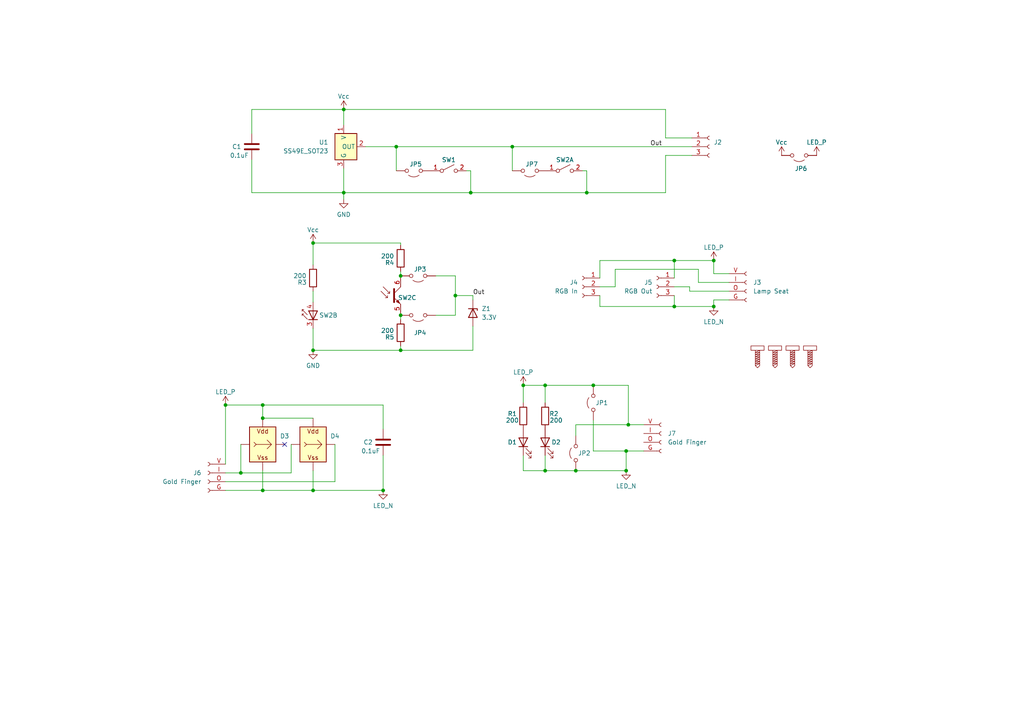
<source format=kicad_sch>
(kicad_sch (version 20250114) (generator "eeschema") (generator_version "9.0")
  (paper "A4")
  (lib_symbols
    (symbol "Connector:Conn_01x03_Socket" (pin_names (offset 1.016) (hide yes))
      (property "Reference" "J" (at 0 5.08 0))
      (property "Value" "Conn_01x03_Socket" (at 0 -5.08 0))
      (symbol "Conn_01x03_Socket_1_1"
        (polyline (pts (xy -1.27 2.54) (xy -0.508 2.54)) (stroke (width 0.1524)))
        (polyline (pts (xy -1.27 0) (xy -0.508 0)) (stroke (width 0.1524)))
        (polyline (pts (xy -1.27 -2.54) (xy -0.508 -2.54)) (stroke (width 0.1524)))
        (arc (start 0 2.032) (mid -0.5058 2.54) (end 0 3.048) (stroke (width 0.1524)))
        (arc (start 0 -0.508) (mid -0.5058 0) (end 0 0.508) (stroke (width 0.1524)))
        (arc (start 0 -3.048) (mid -0.5058 -2.54) (end 0 -2.032) (stroke (width 0.1524)))
        (pin passive line (at -5.08 2.54 0) (length 3.81) (name "Pin_1") (number "1"))
        (pin passive line (at -5.08 0 0) (length 3.81) (name "Pin_2") (number "2"))
        (pin passive line (at -5.08 -2.54 0) (length 3.81) (name "Pin_3") (number "3"))
      )
    )
    (symbol "Device:C" (pin_numbers (hide yes)) (pin_names (offset 0.254))
      (property "Reference" "C" (at 0.635 2.54 0))
      (property "Value" "C" (at 0.635 -2.54 0))
      (symbol "C_0_1"
        (polyline (pts (xy -2.032 0.762) (xy 2.032 0.762)) (stroke (width 0.508)))
        (polyline (pts (xy -2.032 -0.762) (xy 2.032 -0.762)) (stroke (width 0.508)))
      )
      (symbol "C_1_1"
        (pin passive line (at 0 3.81 270) (length 2.794) (name "~") (number "1"))
        (pin passive line (at 0 -3.81 90) (length 2.794) (name "~") (number "2"))
      )
    )
    (symbol "Device:D_Zener" (pin_numbers (hide yes)) (pin_names (offset 1.016) (hide yes))
      (property "Reference" "D" (at 0 2.54 0))
      (property "Value" "D_Zener" (at 0 -2.54 0))
      (symbol "D_Zener_0_1"
        (polyline (pts (xy -1.27 -1.27) (xy -1.27 1.27) (xy -0.762 1.27)) (stroke (width 0.254)))
        (polyline (pts (xy 1.27 0) (xy -1.27 0)))
        (polyline (pts (xy 1.27 -1.27) (xy 1.27 1.27) (xy -1.27 0) (xy 1.27 -1.27)) (stroke (width 0.254)))
      )
      (symbol "D_Zener_1_1"
        (pin passive line (at -3.81 0 0) (length 2.54) (name "K") (number "1"))
        (pin passive line (at 3.81 0 180) (length 2.54) (name "A") (number "2"))
      )
    )
    (symbol "Device:LED" (pin_numbers (hide yes)) (pin_names (offset 1.016) (hide yes))
      (property "Reference" "D" (at 0 2.54 0))
      (property "Value" "LED" (at 0 -2.54 0))
      (symbol "LED_0_1"
        (polyline (pts (xy -3.048 -0.762) (xy -4.572 -2.286) (xy -3.81 -2.286) (xy -4.572 -2.286) (xy -4.572 -1.524)))
        (polyline (pts (xy -1.778 -0.762) (xy -3.302 -2.286) (xy -2.54 -2.286) (xy -3.302 -2.286) (xy -3.302 -1.524)))
        (polyline (pts (xy -1.27 0) (xy 1.27 0)))
        (polyline (pts (xy -1.27 -1.27) (xy -1.27 1.27)) (stroke (width 0.254)))
        (polyline (pts (xy 1.27 -1.27) (xy 1.27 1.27) (xy -1.27 0) (xy 1.27 -1.27)) (stroke (width 0.254)))
      )
      (symbol "LED_1_1"
        (pin passive line (at -3.81 0 0) (length 2.54) (name "K") (number "1"))
        (pin passive line (at 3.81 0 180) (length 2.54) (name "A") (number "2"))
      )
    )
    (symbol "Device:R" (pin_numbers (hide yes)) (pin_names (offset 0))
      (property "Reference" "R" (at 2.032 0 90))
      (property "Value" "R" (at 0 0 90))
      (symbol "R_0_1"
        (rectangle (start -1.016 -2.54) (end 1.016 2.54) (stroke (width 0.254)))
      )
      (symbol "R_1_1"
        (pin passive line (at 0 3.81 270) (length 1.27) (name "~") (number "1"))
        (pin passive line (at 0 -3.81 90) (length 1.27) (name "~") (number "2"))
      )
    )
    (symbol "Jumper:Jumper_2_Open" (pin_numbers (hide yes)) (pin_names (offset 0) (hide yes))
      (property "Reference" "JP" (at 0 2.794 0))
      (property "Value" "Jumper_2_Open" (at 0 -2.286 0))
      (symbol "Jumper_2_Open_0_0"
        (circle (center -2.032 0) (radius 0.508))
        (circle (center 2.032 0) (radius 0.508))
      )
      (symbol "Jumper_2_Open_0_1"
        (arc (start -1.524 1.27) (mid 0 1.778) (end 1.524 1.27))
      )
      (symbol "Jumper_2_Open_1_1"
        (pin passive line (at -5.08 0 0) (length 2.54) (name "A") (number "1"))
        (pin passive line (at 5.08 0 180) (length 2.54) (name "B") (number "2"))
      )
    )
    (symbol "Switch:SW_SPST" (pin_names (offset 0) (hide yes))
      (property "Reference" "SW" (at 0 3.175 0))
      (property "Value" "SW_SPST" (at 0 -2.54 0))
      (symbol "SW_SPST_0_0"
        (circle (center -2.032 0) (radius 0.508))
        (polyline (pts (xy -1.524 0.254) (xy 1.524 1.778)))
        (circle (center 2.032 0) (radius 0.508))
      )
      (symbol "SW_SPST_1_1"
        (pin passive line (at -5.08 0 0) (length 2.54) (name "A") (number "1"))
        (pin passive line (at 5.08 0 180) (length 2.54) (name "B") (number "2"))
      )
    )
    (symbol "button:Lamp Seat" (pin_names (offset 1.016) (hide yes))
      (property "Reference" "J" (at 0 5.08 0))
      (property "Value" "Lamp Seat" (at 0 -7.62 0))
      (symbol "Lamp Seat_1_1"
        (polyline (pts (xy -1.27 2.54) (xy -0.508 2.54)) (stroke (width 0.1524)))
        (polyline (pts (xy -1.27 0) (xy -0.508 0)) (stroke (width 0.1524)))
        (polyline (pts (xy -1.27 -2.54) (xy -0.508 -2.54)) (stroke (width 0.1524)))
        (polyline (pts (xy -1.27 -5.08) (xy -0.508 -5.08)) (stroke (width 0.1524)))
        (arc (start 0 2.032) (mid -0.5058 2.54) (end 0 3.048) (stroke (width 0.1524)))
        (arc (start 0 -0.508) (mid -0.5058 0) (end 0 0.508) (stroke (width 0.1524)))
        (arc (start 0 -3.048) (mid -0.5058 -2.54) (end 0 -2.032) (stroke (width 0.1524)))
        (arc (start 0 -5.588) (mid -0.5058 -5.08) (end 0 -4.572) (stroke (width 0.1524)))
        (pin power_in line (at -5.08 2.54 0) (length 3.81) (name "V") (number "V"))
        (pin input line (at -5.08 0 0) (length 3.81) (name "In") (number "I"))
        (pin output line (at -5.08 -2.54 0) (length 3.81) (name "Out") (number "O"))
        (pin power_in line (at -5.08 -5.08 0) (length 3.81) (name "G") (number "G"))
      )
    )
    (symbol "button:M2_Screw"
      (symbol "M2_Screw_0_1"
        (rectangle (start -1.905 2.54) (end 1.905 1.27))
        (polyline (pts (xy -0.635 1.27) (xy -0.635 -3.175) (xy 0 -3.81) (xy 0.635 -3.175) (xy 0.635 1.27) (xy -0.635 0.635) (xy 0 0.635) (xy 0.635 0.635) (xy -0.635 0) (xy 0.635 0) (xy -0.635 -0.635) (xy 0.635 -0.635) (xy -0.635 -1.27) (xy 0.635 -1.27) (xy -0.635 -1.905) (xy 0.635 -1.905) (xy -0.635 -2.54) (xy 0.635 -2.54) (xy -0.635 -3.175)))
      )
    )
    (symbol "button:SS49E_SOT23"
      (property "Reference" "U" (at 2.54 11.43 0))
      (property "Value" "SS49E_SOT23" (at 2.54 8.89 0))
      (symbol "SS49E_SOT23_0_1"
        (rectangle (start -2.54 3.81) (end 3.81 -3.81) (stroke (width 0.254)) (fill (type background)))
      )
      (symbol "SS49E_SOT23_1_1"
        (pin power_in line (at 0 6.35 270) (length 2.54) (name "V") (number "1"))
        (pin power_in line (at 0 -6.35 90) (length 2.54) (name "G") (number "3"))
        (pin output line (at 6.35 0 180) (length 2.54) (name "OUT") (number "2"))
      )
    )
    (symbol "button:SW_IR_COMBO" (pin_names (offset 0) (hide yes))
      (property "Reference" "SW" (at 0 4.572 0))
      (property "Value" "SW_IR_COMBO" (at 0.254 -4.064 0))
      (symbol "SW_IR_COMBO_1_0"
        (circle (center -2.032 0) (radius 0.508))
        (polyline (pts (xy -1.524 0.254) (xy 1.524 1.778)))
        (circle (center 2.032 0) (radius 0.508))
      )
      (symbol "SW_IR_COMBO_1_1"
        (pin passive line (at -5.08 0 0) (length 2.54) (name "A") (number "1"))
        (pin passive line (at 5.08 0 180) (length 2.54) (name "B") (number "2"))
      )
      (symbol "SW_IR_COMBO_2_1"
        (polyline (pts (xy -1.27 1.27) (xy -1.27 -1.27)) (stroke (width 0.254)))
        (polyline (pts (xy -1.143 1.651) (xy 0.381 3.175) (xy 0.381 2.667) (xy 0.381 3.175) (xy -0.127 3.175)))
        (polyline (pts (xy 0.127 1.651) (xy 1.651 3.175) (xy 1.651 2.667)))
        (polyline (pts (xy 1.27 1.27) (xy -1.27 0) (xy 1.27 -1.27) (xy 1.27 1.27)) (stroke (width 0.254)))
        (polyline (pts (xy 1.27 0) (xy -1.27 0)))
        (polyline (pts (xy 1.651 3.175) (xy 1.143 3.175)))
        (pin passive line (at -3.81 0 0) (length 2.54) (name "K") (number "3"))
        (pin passive line (at 3.81 0 180) (length 2.54) (name "A") (number "4"))
      )
      (symbol "SW_IR_COMBO_3_1"
        (polyline (pts (xy -5.715 0) (xy -3.81 -1.905) (xy -3.81 -1.27)))
        (polyline (pts (xy -5.08 1.27) (xy -3.175 -0.635) (xy -3.175 0)))
        (polyline (pts (xy -3.81 -1.905) (xy -4.445 -1.905)))
        (polyline (pts (xy -3.175 -0.635) (xy -3.81 -0.635)))
        (polyline (pts (xy -1.905 0.635) (xy -1.905 -3.175)) (stroke (width 0.508)))
        (polyline (pts (xy -1.905 -0.635) (xy 0 1.27)))
        (polyline (pts (xy -1.905 -1.905) (xy 0 -3.81)))
        (polyline (pts (xy -1.27 -3.048) (xy -0.762 -2.54) (xy -0.254 -3.556) (xy -1.27 -3.048)) (fill (type outline)))
        (pin passive line (at 0 3.81 270) (length 2.54) (name "C") (number "6"))
        (pin passive line (at 0 -6.35 90) (length 2.54) (name "E") (number "5"))
      )
    )
    (symbol "button:WS2812B_Unified" (pin_numbers (hide yes)) (pin_names (offset 0.254) (hide yes))
      (property "Reference" "D10" (at 2.54 6.35 0))
      (symbol "WS2812B_Unified_0_0"
        (polyline (pts (xy -1.905 0) (xy 2.54 0) (xy 1.27 1.27)))
        (text "Vdd" (at 0 3.81 0) (effects (font (size 1.27 1.27))))
        (text "Vss" (at 0 -3.81 0) (effects (font (size 1.27 1.27))))
      )
      (symbol "WS2812B_Unified_0_1"
        (rectangle (start -3.81 5.08) (end 3.81 -5.08) (stroke (width 0.254)) (fill (type background)))
        (polyline (pts (xy -2.54 0.635) (xy -1.905 0) (xy -2.54 -0.635)))
        (polyline (pts (xy 1.27 -1.27) (xy 2.54 0)))
      )
      (symbol "WS2812B_Unified_1_1"
        (pin input line (at -6.35 0 0) (length 2.54) (name "In") (number "I"))
        (pin power_in line (at 0 7.62 270) (length 2.54) (name "VDD") (number "V"))
        (pin power_in line (at 0 -7.62 90) (length 2.54) (name "VSS") (number "G"))
        (pin output line (at 6.35 0 180) (length 2.54) (name "Out") (number "O"))
      )
    )
    (symbol "power:GND" (power) (pin_numbers (hide yes)) (pin_names (offset 0) (hide yes))
      (property "Value" "GND" (at 0 -3.81 0))
      (symbol "GND_0_1"
        (polyline (pts (xy 0 0) (xy 0 -1.27) (xy 1.27 -1.27) (xy 0 -2.54) (xy -1.27 -1.27) (xy 0 -1.27)))
      )
      (symbol "GND_1_1"
        (pin power_in line (at 0 0 270) (length 0) (name "~") (number "1"))
      )
    )
    (symbol "power:VCC" (power) (pin_numbers (hide yes)) (pin_names (offset 0) (hide yes))
      (property "Value" "VCC" (at 0 3.556 0))
      (symbol "VCC_0_1"
        (polyline (pts (xy -0.762 1.27) (xy 0 2.54)))
        (polyline (pts (xy 0 2.54) (xy 0.762 1.27)))
        (polyline (pts (xy 0 0) (xy 0 2.54)))
      )
      (symbol "VCC_1_1"
        (pin power_in line (at 0 0 90) (length 0) (name "~") (number "1"))
      )
    )
  )
  (junction (at 90.805 70.485))
  (junction (at 116.205 101.6))
  (junction (at 158.115 136.525))
  (junction (at 99.695 55.88))
  (junction (at 76.2 117.475))
  (junction (at 181.61 130.81))
  (junction (at 195.58 88.9))
  (junction (at 90.805 142.24))
  (junction (at 111.125 142.24))
  (junction (at 65.405 117.475))
  (junction (at 158.115 111.76))
  (junction (at 136.525 55.88))
  (junction (at 114.935 42.545))
  (junction (at 116.205 91.44))
  (junction (at 116.205 80.01))
  (junction (at 207.01 75.565))
  (junction (at 172.085 111.76))
  (junction (at 148.59 42.545))
  (junction (at 167.005 136.525))
  (junction (at 132.08 85.725))
  (junction (at 182.245 123.19))
  (junction (at 76.2 142.24))
  (junction (at 90.805 101.6))
  (junction (at 69.85 137.16))
  (junction (at 195.58 75.565))
  (junction (at 207.01 88.9))
  (junction (at 170.18 55.88))
  (junction (at 76.2 121.285))
  (junction (at 99.695 31.75))
  (junction (at 151.765 111.76))
  (junction (at 181.61 136.525))
  (no_connect (at 82.55 128.905))
  (wire (pts (xy 151.765 111.76) (xy 158.115 111.76)))
  (wire (pts (xy 116.205 70.485) (xy 116.205 71.12)))
  (wire (pts (xy 116.205 80.01) (xy 116.205 80.645)))
  (wire (pts (xy 167.005 123.19) (xy 182.245 123.19)))
  (wire (pts (xy 170.18 49.53) (xy 170.18 55.88)))
  (wire (pts (xy 90.805 95.25) (xy 90.805 101.6)))
  (wire (pts (xy 173.99 75.565) (xy 195.58 75.565)))
  (wire (pts (xy 173.99 75.565) (xy 173.99 80.645)))
  (wire (pts (xy 76.2 121.285) (xy 90.805 121.285)))
  (wire (pts (xy 182.245 111.76) (xy 172.085 111.76)))
  (wire (pts (xy 173.99 83.185) (xy 178.435 83.185)))
  (wire (pts (xy 202.565 81.915) (xy 211.455 81.915)))
  (wire (pts (xy 84.455 137.16) (xy 84.455 128.905)))
  (wire (pts (xy 132.08 85.725) (xy 132.08 91.44)))
  (wire (pts (xy 207.01 88.9) (xy 195.58 88.9)))
  (wire (pts (xy 132.08 80.01) (xy 126.365 80.01)))
  (wire (pts (xy 151.765 132.08) (xy 151.765 136.525)))
  (wire (pts (xy 168.91 49.53) (xy 170.18 49.53)))
  (wire (pts (xy 136.525 55.88) (xy 170.18 55.88)))
  (wire (pts (xy 200.025 84.455) (xy 211.455 84.455)))
  (wire (pts (xy 195.58 75.565) (xy 195.58 80.645)))
  (wire (pts (xy 158.115 111.76) (xy 158.115 116.84)))
  (wire (pts (xy 90.805 84.455) (xy 90.805 87.63)))
  (wire (pts (xy 69.85 137.16) (xy 84.455 137.16)))
  (wire (pts (xy 193.04 31.75) (xy 193.04 40.005)))
  (wire (pts (xy 132.08 91.44) (xy 126.365 91.44)))
  (wire (pts (xy 195.58 85.725) (xy 195.58 88.9)))
  (wire (pts (xy 116.205 101.6) (xy 90.805 101.6)))
  (wire (pts (xy 69.85 137.16) (xy 69.85 128.905)))
  (wire (pts (xy 90.805 70.485) (xy 90.805 76.835)))
  (wire (pts (xy 99.695 55.88) (xy 136.525 55.88)))
  (wire (pts (xy 148.59 42.545) (xy 148.59 49.53)))
  (wire (pts (xy 193.04 40.005) (xy 200.66 40.005)))
  (wire (pts (xy 200.66 45.085) (xy 193.04 45.085)))
  (wire (pts (xy 99.695 55.88) (xy 99.695 48.895)))
  (wire (pts (xy 202.565 78.105) (xy 202.565 81.915)))
  (wire (pts (xy 170.18 55.88) (xy 193.04 55.88)))
  (wire (pts (xy 207.01 88.9) (xy 207.01 86.995)))
  (wire (pts (xy 116.205 100.33) (xy 116.205 101.6)))
  (wire (pts (xy 76.2 136.525) (xy 76.2 142.24)))
  (wire (pts (xy 148.59 42.545) (xy 200.66 42.545)))
  (wire (pts (xy 90.805 136.525) (xy 90.805 142.24)))
  (wire (pts (xy 65.405 117.475) (xy 76.2 117.475)))
  (wire (pts (xy 90.805 142.24) (xy 111.125 142.24)))
  (wire (pts (xy 132.08 85.725) (xy 132.08 80.01)))
  (wire (pts (xy 200.025 83.185) (xy 200.025 84.455)))
  (wire (pts (xy 73.025 31.75) (xy 73.025 38.735)))
  (wire (pts (xy 99.695 31.75) (xy 99.695 36.195)))
  (wire (pts (xy 65.405 142.24) (xy 76.2 142.24)))
  (wire (pts (xy 137.16 101.6) (xy 116.205 101.6)))
  (wire (pts (xy 116.205 91.44) (xy 116.205 90.805)))
  (wire (pts (xy 207.01 75.565) (xy 207.01 79.375)))
  (wire (pts (xy 137.16 85.725) (xy 137.16 86.995)))
  (wire (pts (xy 136.525 49.53) (xy 135.255 49.53)))
  (wire (pts (xy 137.16 94.615) (xy 137.16 101.6)))
  (wire (pts (xy 65.405 137.16) (xy 69.85 137.16)))
  (wire (pts (xy 158.115 136.525) (xy 151.765 136.525)))
  (wire (pts (xy 181.61 130.81) (xy 181.61 136.525)))
  (wire (pts (xy 114.935 42.545) (xy 148.59 42.545)))
  (wire (pts (xy 73.025 55.88) (xy 99.695 55.88)))
  (wire (pts (xy 195.58 75.565) (xy 207.01 75.565)))
  (wire (pts (xy 132.08 85.725) (xy 137.16 85.725)))
  (wire (pts (xy 151.765 111.76) (xy 151.765 116.84)))
  (wire (pts (xy 158.115 132.08) (xy 158.115 136.525)))
  (wire (pts (xy 195.58 88.9) (xy 173.99 88.9)))
  (wire (pts (xy 65.405 117.475) (xy 65.405 134.62)))
  (wire (pts (xy 116.205 70.485) (xy 90.805 70.485)))
  (wire (pts (xy 207.01 79.375) (xy 211.455 79.375)))
  (wire (pts (xy 99.695 31.75) (xy 193.04 31.75)))
  (wire (pts (xy 181.61 130.81) (xy 172.085 130.81)))
  (wire (pts (xy 172.085 121.92) (xy 172.085 130.81)))
  (wire (pts (xy 76.2 121.285) (xy 76.2 117.475)))
  (wire (pts (xy 136.525 49.53) (xy 136.525 55.88)))
  (wire (pts (xy 158.115 136.525) (xy 167.005 136.525)))
  (wire (pts (xy 186.69 130.81) (xy 181.61 130.81)))
  (wire (pts (xy 186.69 123.19) (xy 182.245 123.19)))
  (wire (pts (xy 173.99 85.725) (xy 173.99 88.9)))
  (wire (pts (xy 178.435 83.185) (xy 178.435 78.105)))
  (wire (pts (xy 193.04 45.085) (xy 193.04 55.88)))
  (wire (pts (xy 111.125 117.475) (xy 111.125 124.46)))
  (wire (pts (xy 99.695 31.75) (xy 73.025 31.75)))
  (wire (pts (xy 73.025 46.355) (xy 73.025 55.88)))
  (wire (pts (xy 99.695 57.785) (xy 99.695 55.88)))
  (wire (pts (xy 178.435 78.105) (xy 202.565 78.105)))
  (wire (pts (xy 111.125 132.08) (xy 111.125 142.24)))
  (wire (pts (xy 97.155 139.7) (xy 65.405 139.7)))
  (wire (pts (xy 167.005 123.19) (xy 167.005 126.365)))
  (wire (pts (xy 116.205 92.71) (xy 116.205 91.44)))
  (wire (pts (xy 182.245 111.76) (xy 182.245 123.19)))
  (wire (pts (xy 207.01 86.995) (xy 211.455 86.995)))
  (wire (pts (xy 116.205 78.74) (xy 116.205 80.01)))
  (wire (pts (xy 195.58 83.185) (xy 200.025 83.185)))
  (wire (pts (xy 97.155 128.905) (xy 97.155 139.7)))
  (wire (pts (xy 106.045 42.545) (xy 114.935 42.545)))
  (wire (pts (xy 76.2 142.24) (xy 90.805 142.24)))
  (wire (pts (xy 172.085 111.76) (xy 158.115 111.76)))
  (wire (pts (xy 114.935 42.545) (xy 114.935 49.53)))
  (wire (pts (xy 167.005 136.525) (xy 181.61 136.525)))
  (wire (pts (xy 76.2 117.475) (xy 111.125 117.475)))
  (label "Out" (at 137.16 85.725 0))
  (label "Out" (at 188.595 42.545 0))
  (symbol (lib_id "Jumper:Jumper_2_Open") (at 121.285 91.44 180) (unit 1)
    (property "Reference" "JP4" (at 120.015 96.52 0) (effects (justify right)))
    (property "Value" "e" (effects (hide yes)))
    (property "Footprint" "button:SolderJump" (effects (hide yes)))
    (property "Description" "Jumper, 2-pole, open" (effects (hide yes)))
  )
  (symbol (lib_id "Device:R") (at 90.805 80.645 180) (unit 1)
    (property "Reference" "R3" (at 87.63 81.915 0))
    (property "Value" "200" (at 86.995 80.01 0))
    (property "Footprint" "Resistor_SMD:R_0805_2012Metric_Pad1.20x1.40mm_HandSolder" (effects (hide yes)))
    (property "Description" "Resistor" (effects (hide yes)))
  )
  (symbol (lib_id "Device:R") (at 116.205 96.52 180) (unit 1)
    (property "Reference" "R5" (at 113.03 97.79 0))
    (property "Value" "200" (at 112.395 95.885 0))
    (property "Footprint" "Resistor_SMD:R_0805_2012Metric" (effects (hide yes)))
    (property "Description" "Resistor" (effects (hide yes)))
  )
  (symbol (lib_id "button:M2_Screw") (at 224.79 102.87 0) (unit 1)
    (property "Reference" "S2" (effects (hide yes)))
    (property "Footprint" "button:M2_Screw" (effects (hide yes)))
  )
  (symbol (lib_id "power:GND") (at 99.695 57.785 0) (unit 1)
    (property "Reference" "#PWR02" (effects (hide yes)))
    (property "Value" "GND" (at 99.695 62.23 0))
    (property "Description" "Power symbol creates a global label with name \"GND\" , ground" (effects (hide yes)))
  )
  (symbol (lib_id "Jumper:Jumper_2_Open") (at 153.67 49.53 180) (unit 1)
    (property "Reference" "JP7" (at 152.4 47.625 0) (effects (justify right)))
    (property "Value" "sw2" (effects (hide yes)))
    (property "Footprint" "button:SolderJump" (effects (hide yes)))
    (property "Description" "Jumper, 2-pole, open" (effects (hide yes)))
  )
  (symbol (lib_id "button:Lamp Seat") (at 191.77 125.73 0) (unit 1)
    (property "Reference" "J7" (at 193.675 125.7299 0) (effects (justify left)))
    (property "Value" "Gold Finger" (at 193.675 128.2699 0) (effects (justify left)))
    (property "Footprint" "button:GoldFinger" (effects (hide yes)))
  )
  (symbol (lib_id "button:SW_IR_COMBO") (at 163.83 49.53 0) (unit 1)
    (property "Reference" "SW2" (at 163.83 46.355 0))
    (property "Value" "Choc and IR Pair" (effects (hide yes)))
    (property "Footprint" "button:SW_Kailh_Choc_IR_Combo" (effects (hide yes)))
  )
  (symbol (lib_id "power:VCC") (at 207.01 75.565 0) (unit 1)
    (property "Reference" "#PWR03" (effects (hide yes)))
    (property "Value" "LED_P" (at 207.01 71.755 0))
    (property "Description" "Power symbol creates a global label with name \"VCC\"" (effects (hide yes)))
  )
  (symbol (lib_id "button:SW_IR_COMBO") (at 90.805 91.44 90) (unit 2)
    (property "Reference" "SW2" (at 95.25 91.44 90))
    (property "Value" "Choc and IR Pair" (effects (hide yes)))
    (property "Footprint" "button:SW_Kailh_Choc_IR_Combo" (effects (hide yes)))
  )
  (symbol (lib_id "Jumper:Jumper_2_Open") (at 121.285 80.01 180) (unit 1)
    (property "Reference" "JP3" (at 120.015 78.105 0) (effects (justify right)))
    (property "Value" "c" (effects (hide yes)))
    (property "Footprint" "button:SolderJump" (effects (hide yes)))
    (property "Description" "Jumper, 2-pole, open" (effects (hide yes)))
  )
  (symbol (lib_id "button:Lamp Seat") (at 216.535 81.915 0) (unit 1)
    (property "Reference" "J3" (at 218.44 81.9149 0) (effects (justify left)))
    (property "Value" "Lamp Seat" (at 218.44 84.4549 0) (effects (justify left)))
    (property "Footprint" "button:LampSeat" (effects (hide yes)))
  )
  (symbol (lib_id "power:VCC") (at 65.405 117.475 0) (unit 1)
    (property "Reference" "#PWR05" (effects (hide yes)))
    (property "Value" "LED_P" (at 65.405 113.665 0))
    (property "Description" "Power symbol creates a global label with name \"VCC\"" (effects (hide yes)))
  )
  (symbol (lib_id "button:M2_Screw") (at 229.87 102.87 0) (unit 1)
    (property "Reference" "S3" (effects (hide yes)))
    (property "Footprint" "button:M2_Screw" (effects (hide yes)))
  )
  (symbol (lib_id "Jumper:Jumper_2_Open") (at 120.015 49.53 180) (unit 1)
    (property "Reference" "JP5" (at 118.745 47.625 0) (effects (justify right)))
    (property "Value" "sw1" (effects (hide yes)))
    (property "Footprint" "button:SolderJump" (effects (hide yes)))
    (property "Description" "Jumper, 2-pole, open" (effects (hide yes)))
  )
  (symbol (lib_id "Device:LED") (at 158.115 128.27 90) (unit 1)
    (property "Reference" "D2" (at 161.29 128.27 90))
    (property "Value" "LED" (effects (hide yes)))
    (property "Footprint" "button:SideLED" (effects (hide yes)))
    (property "Description" "Light emitting diode" (effects (hide yes)))
    (property "Sim.Pins" "1=K 2=A" (effects (hide yes)))
  )
  (symbol (lib_id "Connector:Conn_01x03_Socket") (at 190.5 83.185 0) (mirror y) (unit 1)
    (property "Reference" "J5" (at 189.23 81.9149 0) (effects (justify left)))
    (property "Value" "RGB Out" (at 189.23 84.4549 0) (effects (justify left)))
    (property "Footprint" "button:SH1.0_3P_Solder_Combo" (effects (hide yes)))
    (property "Description" "Generic connector, single row, 01x03, script generated" (effects (hide yes)))
  )
  (symbol (lib_id "Jumper:Jumper_2_Open") (at 167.005 131.445 90) (unit 1)
    (property "Reference" "JP2" (at 167.64 131.445 90) (effects (justify right)))
    (property "Value" "Jumper_2_Open" (effects (hide yes)))
    (property "Footprint" "button:SolderJump" (effects (hide yes)))
    (property "Description" "Jumper, 2-pole, open" (effects (hide yes)))
  )
  (symbol (lib_id "Connector:Conn_01x03_Socket") (at 205.74 42.545 0) (unit 1)
    (property "Reference" "J2" (at 207.01 41.2749 0) (effects (justify left)))
    (property "Value" "Conn_01x03_Socket" (effects (hide yes)))
    (property "Footprint" "button:SH1.0_3P_Solder_Combo" (effects (hide yes)))
    (property "Description" "Generic connector, single row, 01x03, script generated" (effects (hide yes)))
  )
  (symbol (lib_id "button:SW_IR_COMBO") (at 116.205 84.455 0) (unit 3)
    (property "Reference" "SW2" (at 118.11 86.36 0))
    (property "Value" "Choc and IR Pair" (effects (hide yes)))
    (property "Footprint" "button:SW_Kailh_Choc_IR_Combo" (effects (hide yes)))
  )
  (symbol (lib_id "power:VCC") (at 99.695 31.75 0) (unit 1)
    (property "Reference" "#PWR01" (effects (hide yes)))
    (property "Value" "Vcc" (at 99.695 27.94 0))
    (property "Description" "Power symbol creates a global label with name \"VCC\"" (effects (hide yes)))
  )
  (symbol (lib_id "Device:R") (at 158.115 120.65 0) (unit 1)
    (property "Reference" "R2" (at 160.655 120.015 0))
    (property "Value" "200" (at 161.29 121.92 0))
    (property "Footprint" "Resistor_SMD:R_0805_2012Metric_Pad1.20x1.40mm_HandSolder" (effects (hide yes)))
    (property "Description" "Resistor" (effects (hide yes)))
  )
  (symbol (lib_id "power:VCC") (at 151.765 111.76 0) (unit 1)
    (property "Reference" "#PWR07" (effects (hide yes)))
    (property "Value" "LED_P" (at 151.765 107.95 0))
    (property "Description" "Power symbol creates a global label with name \"VCC\"" (effects (hide yes)))
  )
  (symbol (lib_id "Device:R") (at 151.765 120.65 0) (unit 1)
    (property "Reference" "R1" (at 148.59 120.015 0))
    (property "Value" "200" (at 148.59 121.92 0))
    (property "Footprint" "Resistor_SMD:R_0805_2012Metric_Pad1.20x1.40mm_HandSolder" (effects (hide yes)))
    (property "Description" "Resistor" (effects (hide yes)))
  )
  (symbol (lib_id "power:VCC") (at 90.805 70.485 0) (unit 1)
    (property "Reference" "#PWR011" (effects (hide yes)))
    (property "Value" "Vcc" (at 90.805 66.675 0))
    (property "Description" "Power symbol creates a global label with name \"VCC\"" (effects (hide yes)))
  )
  (symbol (lib_id "Switch:SW_SPST") (at 130.175 49.53 0) (unit 1)
    (property "Reference" "SW1" (at 130.175 46.355 0))
    (property "Footprint" "button:Choc_HE" (effects (hide yes)))
    (property "Description" "Single Pole Single Throw (SPST) switch" (effects (hide yes)))
  )
  (symbol (lib_id "Device:C") (at 111.125 128.27 180) (unit 1)
    (property "Reference" "C2" (at 105.41 128.27 0) (effects (justify right)))
    (property "Value" "0.1uF" (at 104.775 130.81 0) (effects (justify right)))
    (property "Footprint" "Capacitor_SMD:C_0805_2012Metric_Pad1.18x1.45mm_HandSolder" (effects (hide yes)))
    (property "Description" "Unpolarized capacitor" (effects (hide yes)))
  )
  (symbol (lib_id "power:VCC") (at 226.695 45.085 0) (unit 1)
    (property "Reference" "#PWR014" (effects (hide yes)))
    (property "Value" "Vcc" (at 226.695 41.275 0))
    (property "Description" "Power symbol creates a global label with name \"VCC\"" (effects (hide yes)))
  )
  (symbol (lib_id "Device:C") (at 73.025 42.545 180) (unit 1)
    (property "Reference" "C1" (at 67.31 42.545 0) (effects (justify right)))
    (property "Value" "0.1uF" (at 66.675 45.085 0) (effects (justify right)))
    (property "Footprint" "Capacitor_SMD:C_0603_1608Metric_Pad1.08x0.95mm_HandSolder" (effects (hide yes)))
    (property "Description" "Unpolarized capacitor" (effects (hide yes)))
  )
  (symbol (lib_id "button:M2_Screw") (at 219.71 102.87 0) (unit 1)
    (property "Reference" "S1" (effects (hide yes)))
    (property "Footprint" "button:M2_Screw" (effects (hide yes)))
  )
  (symbol (lib_id "power:GND") (at 111.125 142.24 0) (unit 1)
    (property "Reference" "#PWR06" (effects (hide yes)))
    (property "Value" "LED_N" (at 111.125 146.685 0))
    (property "Description" "Power symbol creates a global label with name \"GND\" , ground" (effects (hide yes)))
  )
  (symbol (lib_id "Jumper:Jumper_2_Open") (at 231.775 45.085 180) (unit 1)
    (property "Reference" "JP6" (at 230.505 48.895 0) (effects (justify right)))
    (property "Value" "LEDP-V" (effects (hide yes)))
    (property "Footprint" "button:SolderJump" (effects (hide yes)))
    (property "Description" "Jumper, 2-pole, open" (effects (hide yes)))
  )
  (symbol (lib_id "power:GND") (at 207.01 88.9 0) (unit 1)
    (property "Reference" "#PWR04" (effects (hide yes)))
    (property "Value" "LED_N" (at 207.01 93.345 0))
    (property "Description" "Power symbol creates a global label with name \"GND\" , ground" (effects (hide yes)))
  )
  (symbol (lib_id "button:SS49E_SOT23") (at 99.695 42.545 0) (unit 1)
    (property "Reference" "U1" (at 95.25 41.2749 0) (effects (justify right)))
    (property "Value" "SS49E_SOT23" (at 95.25 43.8149 0) (effects (justify right)))
    (property "Footprint" "button:SOT-23-FAT" (effects (hide yes)))
  )
  (symbol (lib_id "power:GND") (at 90.805 101.6 0) (unit 1)
    (property "Reference" "#PWR012" (effects (hide yes)))
    (property "Value" "GND" (at 90.805 106.045 0))
    (property "Description" "Power symbol creates a global label with name \"GND\" , ground" (effects (hide yes)))
  )
  (symbol (lib_id "Connector:Conn_01x03_Socket") (at 168.91 83.185 0) (mirror y) (unit 1)
    (property "Reference" "J4" (at 167.64 81.9149 0) (effects (justify left)))
    (property "Value" "RGB In" (at 167.64 84.4549 0) (effects (justify left)))
    (property "Footprint" "button:SH1.0_3P_Solder_Combo" (effects (hide yes)))
    (property "Description" "Generic connector, single row, 01x03, script generated" (effects (hide yes)))
  )
  (symbol (lib_id "button:WS2812B_Unified") (at 76.2 128.905 0) (unit 1)
    (property "Reference" "D3" (at 82.55 126.4918 0))
    (property "Value" "WS2812B_Unified" (effects (hide yes)))
    (property "Footprint" "button:WS2812B-4020" (effects (hide yes)))
    (property "Description" "RGB LED with integrated controller" (effects (hide yes)))
  )
  (symbol (lib_id "button:M2_Screw") (at 234.95 102.87 0) (unit 1)
    (property "Reference" "S4" (effects (hide yes)))
    (property "Footprint" "button:M2_Screw" (effects (hide yes)))
  )
  (symbol (lib_id "Device:R") (at 116.205 74.93 180) (unit 1)
    (property "Reference" "R4" (at 113.03 76.2 0))
    (property "Value" "200" (at 112.395 74.295 0))
    (property "Footprint" "Resistor_SMD:R_0805_2012Metric" (effects (hide yes)))
    (property "Description" "Resistor" (effects (hide yes)))
  )
  (symbol (lib_id "power:GND") (at 181.61 136.525 0) (unit 1)
    (property "Reference" "#PWR08" (effects (hide yes)))
    (property "Value" "LED_N" (at 181.61 140.97 0))
    (property "Description" "Power symbol creates a global label with name \"GND\" , ground" (effects (hide yes)))
  )
  (symbol (lib_id "Device:D_Zener") (at 137.16 90.805 270) (unit 1)
    (property "Reference" "Z1" (at 139.7 89.5349 90) (effects (justify left)))
    (property "Value" "3.3V" (at 139.7 92.0749 90) (effects (justify left)))
    (property "Footprint" "Diode_SMD:D_SOD-123F" (effects (hide yes)))
    (property "Description" "Zener diode" (effects (hide yes)))
  )
  (symbol (lib_id "Device:LED") (at 151.765 128.27 90) (unit 1)
    (property "Reference" "D1" (at 148.59 128.27 90))
    (property "Value" "LED" (effects (hide yes)))
    (property "Footprint" "button:SideLED" (effects (hide yes)))
    (property "Description" "Light emitting diode" (effects (hide yes)))
    (property "Sim.Pins" "1=K 2=A" (effects (hide yes)))
  )
  (symbol (lib_id "button:WS2812B_Unified") (at 90.805 128.905 0) (unit 1)
    (property "Reference" "D4" (at 97.155 126.4918 0))
    (property "Value" "WS2812B_Unified" (effects (hide yes)))
    (property "Footprint" "button:WS2812B-4020" (effects (hide yes)))
    (property "Description" "RGB LED with integrated controller" (effects (hide yes)))
  )
  (symbol (lib_id "power:VCC") (at 236.855 45.085 0) (unit 1)
    (property "Reference" "#PWR013" (effects (hide yes)))
    (property "Value" "LED_P" (at 236.855 41.275 0))
    (property "Description" "Power symbol creates a global label with name \"VCC\"" (effects (hide yes)))
  )
  (symbol (lib_id "Jumper:Jumper_2_Open") (at 172.085 116.84 90) (unit 1)
    (property "Reference" "JP1" (at 172.72 116.84 90) (effects (justify right)))
    (property "Value" "Jumper_2_Open" (effects (hide yes)))
    (property "Footprint" "button:SolderJump" (effects (hide yes)))
    (property "Description" "Jumper, 2-pole, open" (effects (hide yes)))
  )
  (symbol (lib_id "button:Lamp Seat") (at 60.325 137.16 0) (mirror y) (unit 1)
    (property "Reference" "J6" (at 58.42 137.1599 0) (effects (justify left)))
    (property "Value" "Gold Finger" (at 58.42 139.6999 0) (effects (justify left)))
    (property "Footprint" "button:GoldFinger" (effects (hide yes)))
  )
)
</source>
